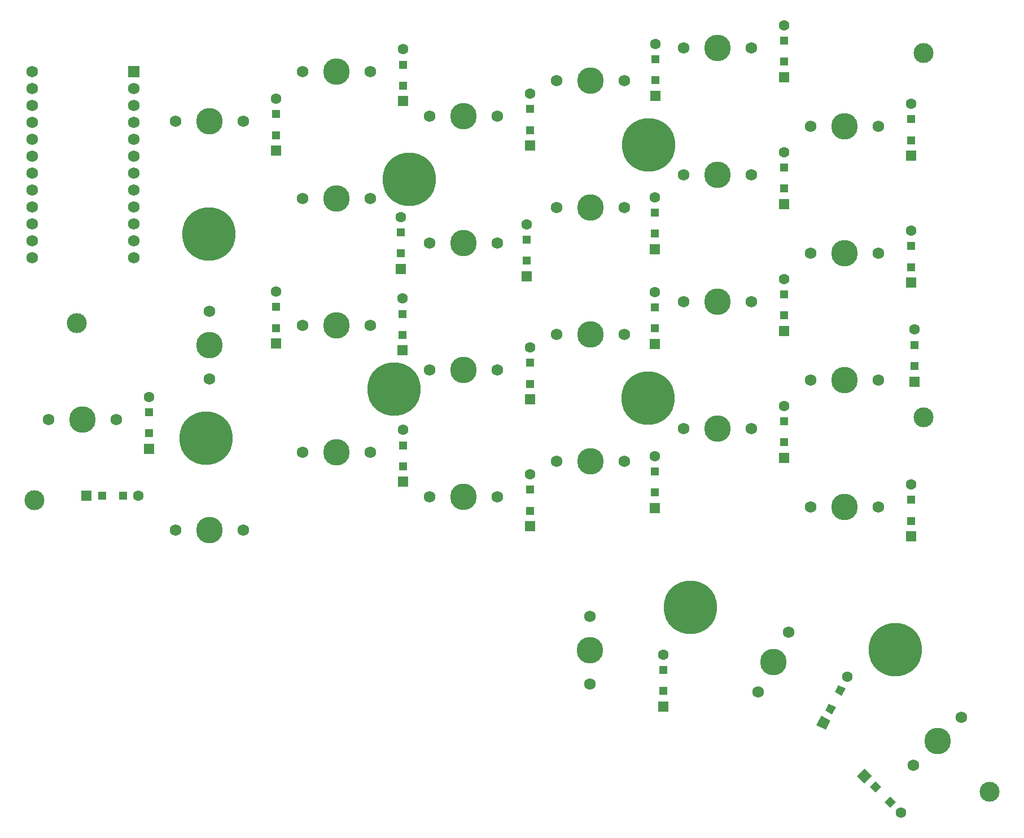
<source format=gbr>
G04 #@! TF.GenerationSoftware,KiCad,Pcbnew,(5.1.6-0-10_14)*
G04 #@! TF.CreationDate,2020-08-23T00:26:13+08:00*
G04 #@! TF.ProjectId,Geopad,47656f70-6164-42e6-9b69-6361645f7063,rev?*
G04 #@! TF.SameCoordinates,Original*
G04 #@! TF.FileFunction,Soldermask,Top*
G04 #@! TF.FilePolarity,Negative*
%FSLAX46Y46*%
G04 Gerber Fmt 4.6, Leading zero omitted, Abs format (unit mm)*
G04 Created by KiCad (PCBNEW (5.1.6-0-10_14)) date 2020-08-23 00:26:13*
%MOMM*%
%LPD*%
G01*
G04 APERTURE LIST*
%ADD10C,3.987800*%
%ADD11C,1.750000*%
%ADD12C,8.000000*%
%ADD13C,3.000000*%
%ADD14R,1.200000X1.200000*%
%ADD15R,1.600000X1.600000*%
%ADD16C,1.600000*%
%ADD17C,0.100000*%
%ADD18R,1.752600X1.752600*%
%ADD19C,1.752600*%
G04 APERTURE END LIST*
D10*
X152527000Y-153682700D03*
D11*
X152527000Y-148602700D03*
X152527000Y-158762700D03*
D12*
X218313000Y-161645600D03*
X180263800Y-160235900D03*
X152019000Y-167665400D03*
X182486300Y-128778000D03*
X218389200Y-123609100D03*
X152425400Y-136956800D03*
X224675700Y-193040000D03*
X255397000Y-199402700D03*
D13*
X269544800Y-220700600D03*
X259664200Y-164465000D03*
X259638800Y-109842300D03*
X126288800Y-176974500D03*
X132638800Y-150342600D03*
D10*
X152514300Y-120065800D03*
D11*
X147434300Y-120065800D03*
X157594300Y-120065800D03*
D14*
X162539300Y-122140800D03*
D15*
X162539300Y-124465800D03*
D14*
X162539300Y-118990800D03*
D16*
X162539300Y-116665800D03*
D10*
X171564300Y-112636300D03*
D11*
X166484300Y-112636300D03*
X176644300Y-112636300D03*
D14*
X181589300Y-114711300D03*
D15*
X181589300Y-117036300D03*
D14*
X181589300Y-111561300D03*
D16*
X181589300Y-109236300D03*
D10*
X190614300Y-119303800D03*
D11*
X185534300Y-119303800D03*
X195694300Y-119303800D03*
D14*
X200639300Y-121378800D03*
D15*
X200639300Y-123703800D03*
D14*
X200639300Y-118228800D03*
D16*
X200639300Y-115903800D03*
D10*
X209664300Y-113969800D03*
D11*
X204584300Y-113969800D03*
X214744300Y-113969800D03*
D14*
X219417900Y-113893800D03*
D15*
X219417900Y-116218800D03*
D14*
X219417900Y-110743800D03*
D16*
X219417900Y-108418800D03*
D10*
X228714300Y-109016800D03*
D11*
X223634300Y-109016800D03*
X233794300Y-109016800D03*
D14*
X238739300Y-111091800D03*
D15*
X238739300Y-113416800D03*
D14*
X238739300Y-107941800D03*
D16*
X238739300Y-105616800D03*
D10*
X247764300Y-120827800D03*
D11*
X242684300Y-120827800D03*
X252844300Y-120827800D03*
D14*
X257789300Y-122902800D03*
D15*
X257789300Y-125227800D03*
D14*
X257789300Y-119752800D03*
D16*
X257789300Y-117427800D03*
D10*
X171564300Y-131686300D03*
D11*
X166484300Y-131686300D03*
X176644300Y-131686300D03*
D14*
X181267100Y-139890700D03*
D15*
X181267100Y-142215700D03*
D14*
X181267100Y-136740700D03*
D16*
X181267100Y-134415700D03*
D10*
X190614300Y-138353800D03*
D11*
X185534300Y-138353800D03*
X195694300Y-138353800D03*
D14*
X200139300Y-140995600D03*
D15*
X200139300Y-143320600D03*
D14*
X200139300Y-137845600D03*
D16*
X200139300Y-135520600D03*
D10*
X209664300Y-133019800D03*
D11*
X204584300Y-133019800D03*
X214744300Y-133019800D03*
D14*
X219341700Y-136931600D03*
D15*
X219341700Y-139256600D03*
D14*
X219341700Y-133781600D03*
D16*
X219341700Y-131456600D03*
D10*
X228714300Y-128066800D03*
D11*
X223634300Y-128066800D03*
X233794300Y-128066800D03*
D14*
X238739300Y-130141800D03*
D15*
X238739300Y-132466800D03*
D14*
X238739300Y-126991800D03*
D16*
X238739300Y-124666800D03*
D10*
X247764300Y-139877800D03*
D11*
X242684300Y-139877800D03*
X252844300Y-139877800D03*
D14*
X257789300Y-141952800D03*
D15*
X257789300Y-144277800D03*
D14*
X257789300Y-138802800D03*
D16*
X257789300Y-136477800D03*
D14*
X162539300Y-151096800D03*
D15*
X162539300Y-153421800D03*
D14*
X162539300Y-147946800D03*
D16*
X162539300Y-145621800D03*
D10*
X171564300Y-150736300D03*
D11*
X166484300Y-150736300D03*
X176644300Y-150736300D03*
D14*
X181470300Y-152121000D03*
D15*
X181470300Y-154446000D03*
D14*
X181470300Y-148971000D03*
D16*
X181470300Y-146646000D03*
D10*
X190614300Y-157403800D03*
D11*
X185534300Y-157403800D03*
X195694300Y-157403800D03*
D14*
X200639300Y-159478800D03*
D15*
X200639300Y-161803800D03*
D14*
X200639300Y-156328800D03*
D16*
X200639300Y-154003800D03*
D10*
X209664300Y-152069800D03*
D11*
X204584300Y-152069800D03*
X214744300Y-152069800D03*
D14*
X219367100Y-151155600D03*
D15*
X219367100Y-153480600D03*
D14*
X219367100Y-148005600D03*
D16*
X219367100Y-145680600D03*
D10*
X228714300Y-147116800D03*
D11*
X223634300Y-147116800D03*
X233794300Y-147116800D03*
D14*
X238739300Y-149191800D03*
D15*
X238739300Y-151516800D03*
D14*
X238739300Y-146041800D03*
D16*
X238739300Y-143716800D03*
D10*
X247764300Y-158927800D03*
D11*
X242684300Y-158927800D03*
X252844300Y-158927800D03*
D14*
X258279900Y-156807100D03*
D15*
X258279900Y-159132100D03*
D14*
X258279900Y-153657100D03*
D16*
X258279900Y-151332100D03*
D10*
X133464300Y-164833300D03*
D11*
X128384300Y-164833300D03*
X138544300Y-164833300D03*
D14*
X143489300Y-166908300D03*
D15*
X143489300Y-169233300D03*
D14*
X143489300Y-163758300D03*
D16*
X143489300Y-161433300D03*
D10*
X171564300Y-169786300D03*
D11*
X166484300Y-169786300D03*
X176644300Y-169786300D03*
D14*
X181589300Y-171861300D03*
D15*
X181589300Y-174186300D03*
D14*
X181589300Y-168711300D03*
D16*
X181589300Y-166386300D03*
D10*
X190614300Y-176453800D03*
D11*
X185534300Y-176453800D03*
X195694300Y-176453800D03*
D14*
X200639300Y-178528800D03*
D15*
X200639300Y-180853800D03*
D14*
X200639300Y-175378800D03*
D16*
X200639300Y-173053800D03*
D10*
X209664300Y-171119800D03*
D11*
X204584300Y-171119800D03*
X214744300Y-171119800D03*
D14*
X219341700Y-175780900D03*
D15*
X219341700Y-178105900D03*
D14*
X219341700Y-172630900D03*
D16*
X219341700Y-170305900D03*
D10*
X228714300Y-166166800D03*
D11*
X223634300Y-166166800D03*
X233794300Y-166166800D03*
D14*
X238739300Y-168241800D03*
D15*
X238739300Y-170566800D03*
D14*
X238739300Y-165091800D03*
D16*
X238739300Y-162766800D03*
D10*
X247764300Y-177977800D03*
D11*
X242684300Y-177977800D03*
X252844300Y-177977800D03*
D14*
X257789300Y-180052800D03*
D15*
X257789300Y-182377800D03*
D14*
X257789300Y-176902800D03*
D16*
X257789300Y-174577800D03*
D10*
X152514300Y-181406800D03*
D11*
X147434300Y-181406800D03*
X157594300Y-181406800D03*
D14*
X136423000Y-176301400D03*
D15*
X134098000Y-176301400D03*
D14*
X139573000Y-176301400D03*
D16*
X141898000Y-176301400D03*
D10*
X209626200Y-199453500D03*
D11*
X209626200Y-194373500D03*
X209626200Y-204533500D03*
D14*
X220611700Y-205587800D03*
D15*
X220611700Y-207912800D03*
D14*
X220611700Y-202437800D03*
D16*
X220611700Y-200112800D03*
D10*
X237109000Y-201244200D03*
D11*
X239415272Y-196717887D03*
X234802728Y-205770513D03*
D17*
G36*
X245952575Y-209106033D02*
G01*
X244883367Y-208561245D01*
X245428155Y-207492037D01*
X246497363Y-208036825D01*
X245952575Y-209106033D01*
G37*
G36*
X244984450Y-211446623D02*
G01*
X243558839Y-210720238D01*
X244285224Y-209294627D01*
X245710835Y-210021012D01*
X244984450Y-211446623D01*
G37*
G36*
X247382645Y-206299363D02*
G01*
X246313437Y-205754575D01*
X246858225Y-204685367D01*
X247927433Y-205230155D01*
X247382645Y-206299363D01*
G37*
D16*
X248175963Y-203420775D03*
D10*
X261747000Y-213118700D03*
D11*
X265339102Y-209526598D03*
X258154898Y-216710802D03*
D17*
G36*
X251567879Y-219993307D02*
G01*
X252416407Y-219144779D01*
X253264935Y-219993307D01*
X252416407Y-220841835D01*
X251567879Y-219993307D01*
G37*
G36*
X249641013Y-218349284D02*
G01*
X250772384Y-217217913D01*
X251903755Y-218349284D01*
X250772384Y-219480655D01*
X249641013Y-218349284D01*
G37*
G36*
X253795265Y-222220693D02*
G01*
X254643793Y-221372165D01*
X255492321Y-222220693D01*
X254643793Y-223069221D01*
X253795265Y-222220693D01*
G37*
D16*
X256287816Y-223864716D03*
D18*
X141236700Y-112585500D03*
D19*
X141236700Y-115125500D03*
X141236700Y-117665500D03*
X141236700Y-120205500D03*
X141236700Y-122745500D03*
X141236700Y-125285500D03*
X141236700Y-127825500D03*
X141236700Y-130365500D03*
X141236700Y-132905500D03*
X141236700Y-135445500D03*
X141236700Y-137985500D03*
X125996700Y-140525500D03*
X125996700Y-137985500D03*
X125996700Y-135445500D03*
X125996700Y-132905500D03*
X125996700Y-130365500D03*
X125996700Y-127825500D03*
X125996700Y-125285500D03*
X125996700Y-122745500D03*
X125996700Y-120205500D03*
X125996700Y-117665500D03*
X125996700Y-115125500D03*
X141236700Y-140525500D03*
X125996700Y-112585500D03*
M02*

</source>
